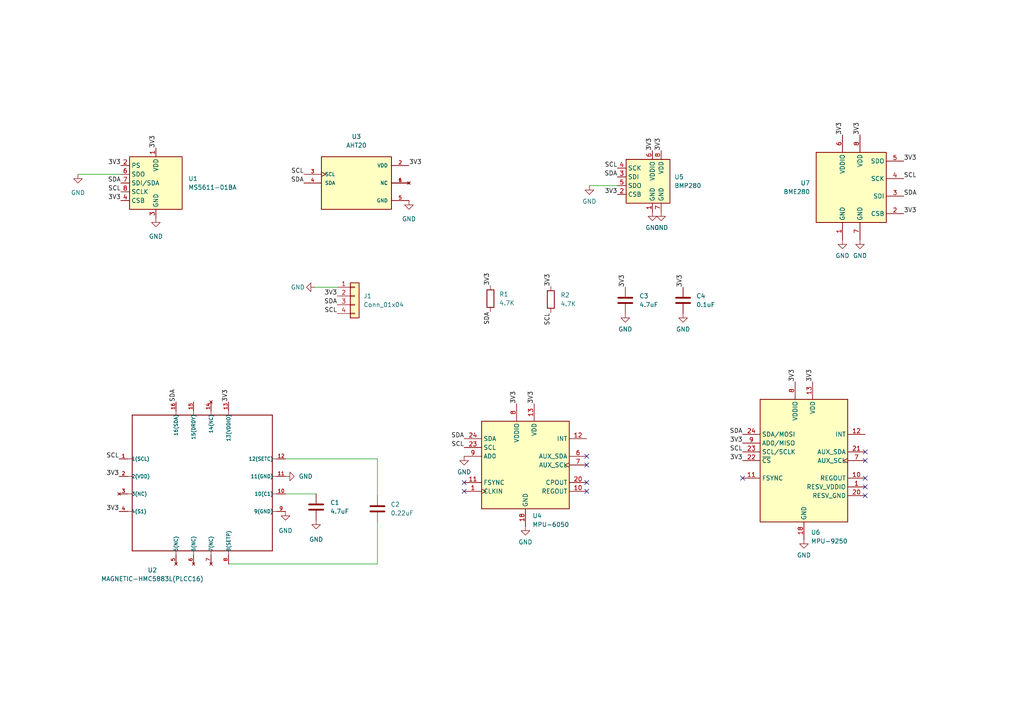
<source format=kicad_sch>
(kicad_sch (version 20211123) (generator eeschema)
  (paper "A4")
  (title_block (title "Sensor Hub (MPU6050 + QMC5883L + BMP280 + AHT20)") (date "2022-08-20") (rev "V0.1") (company "jppang"))
  (lib_symbols
    (symbol "AHT20:AHT20" (pin_names (offset 1.016))
      (property "Reference" "U" (at -10.16 8.509 0))
      (property "Value" "AHT20" (at -10.16 -10.16 0))
      (symbol "AHT20_0_0"
        (rectangle (start -10.16 -7.62) (end 10.16 7.62) (stroke (width 0.254)) (fill (type background)))
        (pin no_connect line (at 15.24 0 180) (length 5.08) (name "NC") (number "1"))
        (pin power_in line (at 15.24 5.08 180) (length 5.08) (name "VDD") (number "2"))
        (pin input clock (at -15.24 2.54 0) (length 5.08) (name "SCL") (number "3"))
        (pin bidirectional line (at -15.24 0 0) (length 5.08) (name "SDA") (number "4"))
        (pin power_in line (at 15.24 -5.08 180) (length 5.08) (name "GND") (number "5"))
        (pin no_connect line (at 15.24 0 180) (length 5.08) (name "NC") (number "6"))
      )
    )
    (symbol "Connector_Generic:Conn_01x04" (pin_names (offset 1.016) hide)
      (property "Reference" "J" (at 0 5.08 0))
      (property "Value" "Conn_01x04" (at 0 -7.62 0))
      (symbol "Conn_01x04_1_1"
        (rectangle (start -1.27 -4.953) (end 0 -5.207) (stroke (width 0.1524)))
        (rectangle (start -1.27 -2.413) (end 0 -2.667) (stroke (width 0.1524)))
        (rectangle (start -1.27 0.127) (end 0 -0.127) (stroke (width 0.1524)))
        (rectangle (start -1.27 2.667) (end 0 2.413) (stroke (width 0.1524)))
        (rectangle (start -1.27 3.81) (end 1.27 -6.35) (stroke (width 0.254)) (fill (type background)))
        (pin passive line (at -5.08 2.54 0) (length 3.81) (name "Pin_1") (number "1"))
        (pin passive line (at -5.08 0 0) (length 3.81) (name "Pin_2") (number "2"))
        (pin passive line (at -5.08 -2.54 0) (length 3.81) (name "Pin_3") (number "3"))
        (pin passive line (at -5.08 -5.08 0) (length 3.81) (name "Pin_4") (number "4"))
      )
    )
    (symbol "Device:C" (pin_numbers hide) (pin_names (offset 0.254))
      (property "Reference" "C" (at 0.635 2.54 0))
      (property "Value" "C" (at 0.635 -2.54 0))
      (symbol "C_0_1"
        (polyline (pts (xy -2.032 -0.762) (xy 2.032 -0.762)) (stroke (width 0.508)))
        (polyline (pts (xy -2.032 0.762) (xy 2.032 0.762)) (stroke (width 0.508)))
      )
      (symbol "C_1_1"
        (pin passive line (at 0 3.81 270) (length 2.794) (name "~") (number "1"))
        (pin passive line (at 0 -3.81 90) (length 2.794) (name "~") (number "2"))
      )
    )
    (symbol "Device:R" (pin_numbers hide) (pin_names (offset 0))
      (property "Reference" "R" (at 2.032 0 90))
      (property "Value" "R" (at 0 0 90))
      (symbol "R_0_1"
        (rectangle (start -1.016 -2.54) (end 1.016 2.54) (stroke (width 0.254)))
      )
      (symbol "R_1_1"
        (pin passive line (at 0 3.81 270) (length 1.27) (name "~") (number "1"))
        (pin passive line (at 0 -3.81 90) (length 1.27) (name "~") (number "2"))
      )
    )
    (symbol "MAGNETIC-HMC5883L_PLCC16_:MAGNETIC-HMC5883L(PLCC16)" (pin_names (offset 1.016))
      (property "Reference" "U" (at 17.8054 22.8854 0))
      (property "Value" "MAGNETIC-HMC5883L(PLCC16)" (at 17.8054 20.3454 0))
      (symbol "MAGNETIC-HMC5883L(PLCC16)_0_0"
        (polyline (pts (xy -21.59 -7.62) (xy -20.32 -7.62)) (stroke (width 0.1524)))
        (polyline (pts (xy -21.59 -2.54) (xy -20.32 -2.54)) (stroke (width 0.1524)))
        (polyline (pts (xy -21.59 2.54) (xy -20.32 2.54)) (stroke (width 0.1524)))
        (polyline (pts (xy -21.59 7.62) (xy -20.32 7.62)) (stroke (width 0.1524)))
        (polyline (pts (xy -20.32 -19.05) (xy -7.62 -19.05)) (stroke (width 0.254)))
        (polyline (pts (xy -20.32 -7.62) (xy -20.32 -19.05)) (stroke (width 0.254)))
        (polyline (pts (xy -20.32 -2.54) (xy -20.32 -7.62)) (stroke (width 0.254)))
        (polyline (pts (xy -20.32 2.54) (xy -20.32 -2.54)) (stroke (width 0.254)))
        (polyline (pts (xy -20.32 7.62) (xy -20.32 2.54)) (stroke (width 0.254)))
        (polyline (pts (xy -20.32 20.32) (xy -20.32 7.62)) (stroke (width 0.254)))
        (polyline (pts (xy -7.62 -20.32) (xy -7.62 -19.05)) (stroke (width 0.1524)))
        (polyline (pts (xy -7.62 -19.05) (xy -2.54 -19.05)) (stroke (width 0.254)))
        (polyline (pts (xy -7.62 20.32) (xy -20.32 20.32)) (stroke (width 0.254)))
        (polyline (pts (xy -7.62 20.32) (xy -7.62 21.59)) (stroke (width 0.1524)))
        (polyline (pts (xy -2.54 -20.32) (xy -2.54 -19.05)) (stroke (width 0.1524)))
        (polyline (pts (xy -2.54 -19.05) (xy 2.54 -19.05)) (stroke (width 0.254)))
        (polyline (pts (xy -2.54 20.32) (xy -7.62 20.32)) (stroke (width 0.254)))
        (polyline (pts (xy -2.54 20.32) (xy -2.54 21.59)) (stroke (width 0.1524)))
        (polyline (pts (xy 2.54 -20.32) (xy 2.54 -19.05)) (stroke (width 0.1524)))
        (polyline (pts (xy 2.54 -19.05) (xy 7.62 -19.05)) (stroke (width 0.254)))
        (polyline (pts (xy 2.54 20.32) (xy -2.54 20.32)) (stroke (width 0.254)))
        (polyline (pts (xy 2.54 20.32) (xy 2.54 21.59)) (stroke (width 0.1524)))
        (polyline (pts (xy 7.62 -20.32) (xy 7.62 -19.05)) (stroke (width 0.1524)))
        (polyline (pts (xy 7.62 -19.05) (xy 20.32 -19.05)) (stroke (width 0.254)))
        (polyline (pts (xy 7.62 20.32) (xy 2.54 20.32)) (stroke (width 0.254)))
        (polyline (pts (xy 7.62 20.32) (xy 7.62 21.59)) (stroke (width 0.1524)))
        (polyline (pts (xy 20.32 -19.05) (xy 20.32 -7.62)) (stroke (width 0.254)))
        (polyline (pts (xy 20.32 -7.62) (xy 20.32 -2.54)) (stroke (width 0.254)))
        (polyline (pts (xy 20.32 -7.62) (xy 21.59 -7.62)) (stroke (width 0.1524)))
        (polyline (pts (xy 20.32 -2.54) (xy 20.32 2.54)) (stroke (width 0.254)))
        (polyline (pts (xy 20.32 -2.54) (xy 21.59 -2.54)) (stroke (width 0.1524)))
        (polyline (pts (xy 20.32 2.54) (xy 20.32 7.62)) (stroke (width 0.254)))
        (polyline (pts (xy 20.32 2.54) (xy 21.59 2.54)) (stroke (width 0.1524)))
        (polyline (pts (xy 20.32 7.62) (xy 20.32 20.32)) (stroke (width 0.254)))
        (polyline (pts (xy 20.32 7.62) (xy 21.59 7.62)) (stroke (width 0.1524)))
        (polyline (pts (xy 20.32 20.32) (xy 7.62 20.32)) (stroke (width 0.254)))
        (pin bidirectional line (at -24.13 7.62 0) (length 2.54) (name "1(SCL)") (number "1"))
        (pin bidirectional line (at 24.13 -2.54 180) (length 2.54) (name "10(C1)") (number "10"))
        (pin output line (at 24.13 2.54 180) (length 2.54) (name "11(GND)") (number "11"))
        (pin bidirectional line (at 24.13 7.62 180) (length 2.54) (name "12(SETC)") (number "12"))
        (pin output line (at 7.62 24.13 270) (length 2.54) (name "13(VDDIO)") (number "13"))
        (pin no_connect line (at 2.54 24.13 270) (length 2.54) (name "14(NC)") (number "14"))
        (pin bidirectional line (at -2.54 24.13 270) (length 2.54) (name "15(DRDY)") (number "15"))
        (pin bidirectional line (at -7.62 24.13 270) (length 2.54) (name "16(SDA)") (number "16"))
        (pin output line (at -24.13 2.54 0) (length 2.54) (name "2(VDD)") (number "2"))
        (pin no_connect line (at -24.13 -2.54 0) (length 2.54) (name "3(NC)") (number "3"))
        (pin bidirectional line (at -24.13 -7.62 0) (length 2.54) (name "4(S1)") (number "4"))
        (pin no_connect line (at -7.62 -22.86 90) (length 2.54) (name "5(NC)") (number "5"))
        (pin no_connect line (at -2.54 -22.86 90) (length 2.54) (name "6(NC)") (number "6"))
        (pin no_connect line (at 2.54 -22.86 90) (length 2.54) (name "7(NC)") (number "7"))
        (pin bidirectional line (at 7.62 -22.86 90) (length 2.54) (name "8(SETP)") (number "8"))
        (pin power_in line (at 24.13 -7.62 180) (length 2.54) (name "9(GND)") (number "9"))
      )
    )
    (symbol "Sensor:BME280"
      (property "Reference" "U" (at -8.89 11.43 0))
      (property "Value" "BME280" (at 7.62 11.43 0))
      (symbol "BME280_0_1"
        (rectangle (start -10.16 10.16) (end 10.16 -10.16) (stroke (width 0.254)) (fill (type background)))
      )
      (symbol "BME280_1_1"
        (pin power_in line (at -2.54 -15.24 90) (length 5.08) (name "GND") (number "1"))
        (pin input line (at 15.24 -7.62 180) (length 5.08) (name "CSB") (number "2"))
        (pin bidirectional line (at 15.24 -2.54 180) (length 5.08) (name "SDI") (number "3"))
        (pin input line (at 15.24 2.54 180) (length 5.08) (name "SCK") (number "4"))
        (pin bidirectional line (at 15.24 7.62 180) (length 5.08) (name "SDO") (number "5"))
        (pin power_in line (at -2.54 15.24 270) (length 5.08) (name "VDDIO") (number "6"))
        (pin power_in line (at 2.54 -15.24 90) (length 5.08) (name "GND") (number "7"))
        (pin power_in line (at 2.54 15.24 270) (length 5.08) (name "VDD") (number "8"))
      )
    )
    (symbol "Sensor_Motion:MPU-6050"
      (property "Reference" "U" (at -11.43 13.97 0))
      (property "Value" "MPU-6050" (at 7.62 -13.97 0))
      (symbol "MPU-6050_0_1"
        (rectangle (start -12.7 12.7) (end 12.7 -12.7) (stroke (width 0.254)) (fill (type background)))
      )
      (symbol "MPU-6050_1_1"
        (pin input clock (at -17.78 -7.62 0) (length 5.08) (name "CLKIN") (number "1"))
        (pin passive line (at 17.78 -7.62 180) (length 5.08) (name "REGOUT") (number "10"))
        (pin input line (at -17.78 -5.08 0) (length 5.08) (name "FSYNC") (number "11"))
        (pin output line (at 17.78 7.62 180) (length 5.08) (name "INT") (number "12"))
        (pin power_in line (at 2.54 17.78 270) (length 5.08) (name "VDD") (number "13"))
        (pin power_in line (at 0 -17.78 90) (length 5.08) (name "GND") (number "18"))
        (pin passive line (at 17.78 -5.08 180) (length 5.08) (name "CPOUT") (number "20"))
        (pin input line (at -17.78 5.08 0) (length 5.08) (name "SCL") (number "23"))
        (pin bidirectional line (at -17.78 7.62 0) (length 5.08) (name "SDA") (number "24"))
        (pin bidirectional line (at 17.78 2.54 180) (length 5.08) (name "AUX_SDA") (number "6"))
        (pin output clock (at 17.78 0 180) (length 5.08) (name "AUX_SCL") (number "7"))
        (pin power_in line (at -2.54 17.78 270) (length 5.08) (name "VDDIO") (number "8"))
        (pin input line (at -17.78 2.54 0) (length 5.08) (name "AD0") (number "9"))
      )
    )
    (symbol "Sensor_Motion:MPU-9250"
      (property "Reference" "U" (at -11.43 19.05 0))
      (property "Value" "MPU-9250" (at 7.62 -19.05 0))
      (symbol "MPU-9250_0_1"
        (rectangle (start -12.7 17.78) (end 12.7 -17.78) (stroke (width 0.254)) (fill (type background)))
      )
      (symbol "MPU-9250_1_1"
        (pin input line (at 17.78 -7.62 180) (length 5.08) (name "RESV_VDDIO") (number "1"))
        (pin passive line (at 17.78 -5.08 180) (length 5.08) (name "REGOUT") (number "10"))
        (pin input line (at -17.78 -5.08 0) (length 5.08) (name "FSYNC") (number "11"))
        (pin output line (at 17.78 7.62 180) (length 5.08) (name "INT") (number "12"))
        (pin power_in line (at 2.54 22.86 270) (length 5.08) (name "VDD") (number "13"))
        (pin power_in line (at 0 -22.86 90) (length 5.08) (name "GND") (number "18"))
        (pin power_in line (at 17.78 -10.16 180) (length 5.08) (name "RESV_GND") (number "20"))
        (pin bidirectional line (at 17.78 2.54 180) (length 5.08) (name "AUX_SDA") (number "21"))
        (pin input line (at -17.78 0 0) (length 5.08) (name "~{CS}") (number "22"))
        (pin input line (at -17.78 2.54 0) (length 5.08) (name "SCL/SCLK") (number "23"))
        (pin bidirectional line (at -17.78 7.62 0) (length 5.08) (name "SDA/MOSI") (number "24"))
        (pin output clock (at 17.78 0 180) (length 5.08) (name "AUX_SCL") (number "7"))
        (pin power_in line (at -2.54 22.86 270) (length 5.08) (name "VDDIO") (number "8"))
        (pin bidirectional line (at -17.78 5.08 0) (length 5.08) (name "AD0/MISO") (number "9"))
      )
    )
    (symbol "Sensor_Pressure:BMP280"
      (property "Reference" "U" (at -7.62 10.16 0))
      (property "Value" "BMP280" (at 5.08 10.16 0))
      (symbol "BMP280_0_1"
        (rectangle (start -7.62 -5.08) (end 5.08 7.62) (stroke (width 0.254)) (fill (type background)))
      )
      (symbol "BMP280_1_1"
        (pin power_in line (at 0 -7.62 90) (length 2.54) (name "GND") (number "1"))
        (pin input line (at -10.16 -2.54 0) (length 2.54) (name "CSB") (number "2"))
        (pin bidirectional line (at -10.16 2.54 0) (length 2.54) (name "SDI") (number "3"))
        (pin input line (at -10.16 5.08 0) (length 2.54) (name "SCK") (number "4"))
        (pin bidirectional line (at -10.16 0 0) (length 2.54) (name "SDO") (number "5"))
        (pin power_in line (at 0 10.16 270) (length 2.54) (name "VDDIO") (number "6"))
        (pin power_in line (at 2.54 -7.62 90) (length 2.54) (name "GND") (number "7"))
        (pin power_in line (at 2.54 10.16 270) (length 2.54) (name "VDD") (number "8"))
      )
    )
    (symbol "Sensor_Pressure:MS5611-01BA"
      (property "Reference" "U" (at -6.35 8.89 0))
      (property "Value" "MS5611-01BA" (at 7.62 8.89 0))
      (symbol "MS5611-01BA_0_1"
        (rectangle (start -7.62 7.62) (end 7.62 -7.62) (stroke (width 0.254)) (fill (type background)))
      )
      (symbol "MS5611-01BA_1_1"
        (pin power_in line (at 0 10.16 270) (length 2.54) (name "VDD") (number "1"))
        (pin input line (at -10.16 5.08 0) (length 2.54) (name "PS") (number "2"))
        (pin power_in line (at 0 -10.16 90) (length 2.54) (name "GND") (number "3"))
        (pin input line (at -10.16 -5.08 0) (length 2.54) (name "CSB") (number "4"))
        (pin input line (at -10.16 -5.08 0) (length 2.54) hide (name "CSB") (number "5"))
        (pin output line (at -10.16 2.54 0) (length 2.54) (name "SDO") (number "6"))
        (pin bidirectional line (at -10.16 0 0) (length 2.54) (name "SDI/SDA") (number "7"))
        (pin input line (at -10.16 -2.54 0) (length 2.54) (name "SCLK") (number "8"))
      )
    )
    (symbol "power:GND" (power) (pin_names (offset 0))
      (property "Value" "GND" (at 0 -3.81 0))
      (symbol "GND_0_1"
        (polyline (pts (xy 0 0) (xy 0 -1.27) (xy 1.27 -1.27) (xy 0 -2.54) (xy -1.27 -1.27) (xy 0 -1.27)))
      )
      (symbol "GND_1_1"
        (pin power_in line (at 0 0 270) (length 0) hide (name "GND") (number "1"))
      )
    )
  )
  (no_connect (at 134.62 139.954))
  (no_connect (at 134.62 142.494))
  (no_connect (at 215.392 138.684))
  (no_connect (at 170.18 132.334))
  (no_connect (at 170.18 134.874))
  (no_connect (at 170.18 139.954))
  (no_connect (at 170.18 142.494))
  (no_connect (at 250.952 131.064))
  (no_connect (at 250.952 133.604))
  (no_connect (at 250.952 138.684))
  (no_connect (at 250.952 141.224))
  (no_connect (at 250.952 143.764))
  (wire (pts (xy 109.474 143.764) (xy 109.474 133.096)))
  (wire (pts (xy 91.44 83.312) (xy 97.79 83.312)))
  (wire (pts (xy 170.942 53.848) (xy 179.07 53.848)))
  (wire (pts (xy 109.474 163.576) (xy 66.294 163.576)))
  (wire (pts (xy 109.474 133.096) (xy 82.804 133.096)))
  (wire (pts (xy 82.804 143.256) (xy 91.694 143.256)))
  (wire (pts (xy 22.606 50.546) (xy 35.052 50.546)))
  (wire (pts (xy 109.474 151.384) (xy 109.474 163.576)))
  (label "3V3" (at 179.07 56.388 180))
  (label "SDA" (at 35.052 53.086 180))
  (label "SDA" (at 51.054 116.586 90))
  (label "SDA" (at 88.138 53.086 180))
  (label "3V3" (at 35.052 48.006 180))
  (label "3V3" (at 262.128 46.736 0))
  (label "3V3" (at 235.712 110.744 90))
  (label "3V3" (at 66.294 116.586 90))
  (label "3V3" (at 215.392 133.604 180))
  (label "SCL" (at 262.128 51.816 0))
  (label "SCL" (at 34.544 133.096 180))
  (label "3V3" (at 34.544 148.336 180))
  (label "3V3" (at 249.428 39.116 90))
  (label "SCL" (at 35.052 55.626 180))
  (label "SDA" (at 262.128 56.896 0))
  (label "3V3" (at 149.86 117.094 90))
  (label "3V3" (at 215.392 128.524 180))
  (label "SDA" (at 179.07 51.308 180))
  (label "SCL" (at 215.392 131.064 180))
  (label "3V3" (at 45.212 42.926 90))
  (label "SCL" (at 134.62 129.794 180))
  (label "SCL" (at 97.79 90.932 180))
  (label "3V3" (at 189.23 43.688 90))
  (label "3V3" (at 118.618 48.006 0))
  (label "SDA" (at 97.79 88.392 180))
  (label "SDA" (at 142.24 90.424 270))
  (label "3V3" (at 230.632 110.744 90))
  (label "3V3" (at 142.24 82.804 90))
  (label "SDA" (at 134.62 127.254 180))
  (label "3V3" (at 191.77 43.688 90))
  (label "3V3" (at 181.356 83.312 90))
  (label "SCL" (at 179.07 48.768 180))
  (label "SCL" (at 159.766 90.678 270))
  (label "SCL" (at 88.138 50.546 180))
  (label "3V3" (at 97.79 85.852 180))
  (label "SDA" (at 215.392 125.984 180))
  (label "3V3" (at 244.348 39.116 90))
  (label "3V3" (at 35.052 58.166 180))
  (label "3V3" (at 154.94 117.094 90))
  (label "3V3" (at 159.766 83.058 90))
  (label "3V3" (at 262.128 61.976 0))
  (label "3V3" (at 34.544 138.176 180))
  (label "3V3" (at 198.12 83.312 90))
  (symbol (lib_id "power:GND") (at 191.77 61.468 0) (unit 1)
    (property "Reference" "#PWR013" (effects hide))
    (property "Value" "GND" (at 191.77 66.04 0))
  )
  (symbol (lib_id "Sensor_Pressure:MS5611-01BA") (at 45.212 53.086 0) (unit 1)
    (property "Reference" "U1" (at 54.61 51.8159 0) (effects (justify left)))
    (property "Value" "MS5611-01BA" (at 54.61 54.3559 0) (effects (justify left)))
    (property "Footprint" "Package_LGA:LGA-8_3x5mm_P1.25mm" (effects hide))
    (property "Datasheet" "https://www.te.com/commerce/DocumentDelivery/DDEController?Action=srchrtrv&DocNm=MS5611-01BA03&DocType=Data+Sheet&DocLang=English" (effects hide))
  )
  (symbol (lib_id "power:GND") (at 170.942 53.848 0) (unit 1)
    (property "Reference" "#PWR010" (effects hide))
    (property "Value" "GND" (at 170.942 58.42 0))
  )
  (symbol (lib_id "power:GND") (at 233.172 156.464 0) (unit 1)
    (property "Reference" "#PWR015" (effects hide))
    (property "Value" "GND" (at 233.172 161.036 0))
  )
  (symbol (lib_id "Sensor:BME280") (at 246.888 54.356 0) (unit 1)
    (property "Reference" "U7" (at 234.95 53.0859 0) (effects (justify right)))
    (property "Value" "BME280" (at 234.95 55.6259 0) (effects (justify right)))
    (property "Footprint" "Package_LGA:Bosch_LGA-8_2.5x2.5mm_P0.65mm_ClockwisePinNumbering" (effects hide))
    (property "Datasheet" "https://ae-bst.resource.bosch.com/media/_tech/media/datasheets/BST-BME280-DS002.pdf" (effects hide))
  )
  (symbol (lib_id "Device:C") (at 181.356 87.122 0) (unit 1)
    (property "Reference" "C3" (at 185.42 85.8519 0) (effects (justify left)))
    (property "Value" "4.7uF" (at 185.42 88.3919 0) (effects (justify left)))
    (property "Footprint" "Capacitor_SMD:C_0805_2012Metric_Pad1.18x1.45mm_HandSolder" (effects hide))
  )
  (symbol (lib_id "power:GND") (at 134.62 132.334 0) (unit 1)
    (property "Reference" "#PWR08" (effects hide))
    (property "Value" "GND" (at 134.62 136.906 0))
  )
  (symbol (lib_id "power:GND") (at 198.12 90.932 0) (unit 1)
    (property "Reference" "#PWR014" (effects hide))
    (property "Value" "GND" (at 198.12 95.504 0))
  )
  (symbol (lib_id "power:GND") (at 91.44 83.312 270) (unit 1)
    (property "Reference" "#PWR05" (effects hide))
    (property "Value" "GND" (at 84.328 83.312 90) (effects (justify left)))
  )
  (symbol (lib_id "power:GND") (at 189.23 61.468 0) (unit 1)
    (property "Reference" "#PWR012" (effects hide))
    (property "Value" "GND" (at 189.23 66.04 0))
  )
  (symbol (lib_id "Sensor_Motion:MPU-9250") (at 233.172 133.604 0) (unit 1)
    (property "Reference" "U6" (at 235.1914 154.432 0) (effects (justify left)))
    (property "Value" "MPU-9250" (at 235.1914 156.972 0) (effects (justify left)))
    (property "Footprint" "Sensor_Motion:InvenSense_QFN-24_3x3mm_P0.4mm" (effects hide))
    (property "Datasheet" "https://store.invensense.com/datasheets/invensense/MPU9250REV1.0.pdf" (effects hide))
  )
  (symbol (lib_id "Device:C") (at 109.474 147.574 0) (unit 1)
    (property "Reference" "C2" (at 113.284 146.3039 0) (effects (justify left)))
    (property "Value" "0.22uF" (at 113.284 148.8439 0) (effects (justify left)))
    (property "Footprint" "Capacitor_SMD:C_0805_2012Metric_Pad1.18x1.45mm_HandSolder" (effects hide))
  )
  (symbol (lib_id "power:GND") (at 118.618 58.166 0) (unit 1)
    (property "Reference" "#PWR07" (effects hide))
    (property "Value" "GND" (at 118.618 63.5 0))
  )
  (symbol (lib_id "power:GND") (at 152.4 152.654 0) (unit 1)
    (property "Reference" "#PWR09" (effects hide))
    (property "Value" "GND" (at 152.4 157.226 0))
  )
  (symbol (lib_id "MAGNETIC-HMC5883L_PLCC16_:MAGNETIC-HMC5883L(PLCC16)") (at 58.674 140.716 0) (unit 1)
    (property "Reference" "U2" (at 44.196 165.354 0))
    (property "Value" "MAGNETIC-HMC5883L(PLCC16)" (at 44.196 167.894 0))
    (property "Footprint" "HMC5883L:PLCC16-0.5-3X3MM" (effects hide))
    (property "MPN" "HMC5883L" (effects hide))
    (property "VALUE" "HMC5883L" (effects hide))
  )
  (symbol (lib_id "power:GND") (at 249.428 69.596 0) (unit 1)
    (property "Reference" "#PWR017" (effects hide))
    (property "Value" "GND" (at 249.428 74.168 0))
  )
  (symbol (lib_id "power:GND") (at 45.212 63.246 0) (unit 1)
    (property "Reference" "#PWR02" (effects hide))
    (property "Value" "GND" (at 45.212 68.58 0))
  )
  (symbol (lib_id "power:GND") (at 82.804 138.176 90) (unit 1)
    (property "Reference" "#PWR03" (effects hide))
    (property "Value" "GND" (at 86.614 138.1759 90) (effects (justify right)))
  )
  (symbol (lib_id "power:GND") (at 181.356 90.932 0) (unit 1)
    (property "Reference" "#PWR011" (effects hide))
    (property "Value" "GND" (at 181.356 95.504 0))
  )
  (symbol (lib_id "Sensor_Pressure:BMP280") (at 189.23 53.848 0) (unit 1)
    (property "Reference" "U5" (at 195.58 51.3079 0) (effects (justify left)))
    (property "Value" "BMP280" (at 195.58 53.8479 0) (effects (justify left)))
    (property "Footprint" "Package_LGA:Bosch_LGA-8_2x2.5mm_P0.65mm_ClockwisePinNumbering" (effects hide))
    (property "Datasheet" "https://ae-bst.resource.bosch.com/media/_tech/media/datasheets/BST-BMP280-DS001.pdf" (effects hide))
  )
  (symbol (lib_id "Device:C") (at 91.694 147.066 0) (unit 1)
    (property "Reference" "C1" (at 95.758 145.7959 0) (effects (justify left)))
    (property "Value" "4.7uF" (at 95.758 148.3359 0) (effects (justify left)))
    (property "Footprint" "Capacitor_SMD:C_0805_2012Metric_Pad1.18x1.45mm_HandSolder" (effects hide))
  )
  (symbol (lib_id "power:GND") (at 244.348 69.596 0) (unit 1)
    (property "Reference" "#PWR016" (effects hide))
    (property "Value" "GND" (at 244.348 74.168 0))
  )
  (symbol (lib_id "power:GND") (at 22.606 50.546 0) (unit 1)
    (property "Reference" "#PWR01" (effects hide))
    (property "Value" "GND" (at 22.606 55.88 0))
  )
  (symbol (lib_id "Device:C") (at 198.12 87.122 0) (unit 1)
    (property "Reference" "C4" (at 201.93 85.8519 0) (effects (justify left)))
    (property "Value" "0.1uF" (at 201.93 88.3919 0) (effects (justify left)))
    (property "Footprint" "Capacitor_SMD:C_0805_2012Metric_Pad1.18x1.45mm_HandSolder" (effects hide))
  )
  (symbol (lib_id "Sensor_Motion:MPU-6050") (at 152.4 134.874 0) (unit 1)
    (property "Reference" "U4" (at 154.4194 149.606 0) (effects (justify left)))
    (property "Value" "MPU-6050" (at 154.4194 152.146 0) (effects (justify left)))
    (property "Footprint" "Sensor_Motion:InvenSense_QFN-24_4x4mm_P0.5mm" (effects hide))
    (property "Datasheet" "https://store.invensense.com/datasheets/invensense/MPU-6050_DataSheet_V3%204.pdf" (effects hide))
  )
  (symbol (lib_id "Connector_Generic:Conn_01x04") (at 102.87 85.852 0) (unit 1)
    (property "Reference" "J1" (at 105.41 85.8519 0) (effects (justify left)))
    (property "Value" "Conn_01x04" (at 105.41 88.3919 0) (effects (justify left)))
    (property "Footprint" "Connector_PinHeader_2.00mm:PinHeader_1x04_P2.00mm_Vertical" (effects hide))
  )
  (symbol (lib_id "power:GND") (at 82.804 148.336 0) (unit 1)
    (property "Reference" "#PWR04" (effects hide))
    (property "Value" "GND" (at 82.804 153.924 0))
  )
  (symbol (lib_id "Device:R") (at 142.24 86.614 0) (unit 1)
    (property "Reference" "R1" (at 144.78 85.3439 0) (effects (justify left)))
    (property "Value" "4.7K" (at 144.78 87.8839 0) (effects (justify left)))
    (property "Footprint" "Resistor_SMD:R_0805_2012Metric_Pad1.20x1.40mm_HandSolder" (effects hide))
  )
  (symbol (lib_id "AHT20:AHT20") (at 103.378 53.086 0) (unit 1)
    (property "Reference" "U3" (at 103.378 39.624 0))
    (property "Value" "AHT20" (at 103.378 42.164 0))
    (property "Footprint" "AHT20:PSON100P300X300X110-6N" (effects hide))
    (property "PARTREV" "V1.0" (effects hide))
    (property "MANUFACTURER" "Asair" (effects hide))
    (property "MAXIMUM_PACKAGE_HEIGHT" "1.1mm" (effects hide))
    (property "STANDARD" "IPC 7351B" (effects hide))
  )
  (symbol (lib_id "power:GND") (at 91.694 150.876 0) (unit 1)
    (property "Reference" "#PWR06" (effects hide))
    (property "Value" "GND" (at 91.694 156.464 0))
  )
  (symbol (lib_id "Device:R") (at 159.766 86.868 0) (unit 1)
    (property "Reference" "R2" (at 162.56 85.5979 0) (effects (justify left)))
    (property "Value" "4.7K" (at 162.56 88.1379 0) (effects (justify left)))
    (property "Footprint" "Resistor_SMD:R_0805_2012Metric_Pad1.20x1.40mm_HandSolder" (effects hide))
  )
)
</source>
